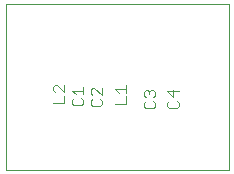
<source format=gto>
G75*
%MOIN*%
%OFA0B0*%
%FSLAX24Y24*%
%IPPOS*%
%LPD*%
%AMOC8*
5,1,8,0,0,1.08239X$1,22.5*
%
%ADD10C,0.0000*%
%ADD11C,0.0030*%
D10*
X000159Y000130D02*
X000159Y005645D01*
X007598Y005645D01*
X007598Y000130D01*
X000159Y000130D01*
D11*
X002367Y002338D02*
X002428Y002276D01*
X002675Y002276D01*
X002737Y002338D01*
X002737Y002461D01*
X002675Y002523D01*
X002737Y002644D02*
X002737Y002891D01*
X002737Y002768D02*
X002367Y002768D01*
X002490Y002644D01*
X002428Y002523D02*
X002367Y002461D01*
X002367Y002338D01*
X002104Y002349D02*
X002104Y002596D01*
X002104Y002718D02*
X001857Y002965D01*
X001795Y002965D01*
X001733Y002903D01*
X001733Y002779D01*
X001795Y002718D01*
X002104Y002718D02*
X002104Y002965D01*
X002104Y002349D02*
X001733Y002349D01*
X002992Y002309D02*
X003053Y002247D01*
X003300Y002247D01*
X003362Y002309D01*
X003362Y002432D01*
X003300Y002494D01*
X003362Y002615D02*
X003115Y002862D01*
X003053Y002862D01*
X002992Y002800D01*
X002992Y002677D01*
X003053Y002615D01*
X003053Y002494D02*
X002992Y002432D01*
X002992Y002309D01*
X003362Y002615D02*
X003362Y002862D01*
X003807Y002825D02*
X004178Y002825D01*
X004178Y002702D02*
X004178Y002949D01*
X003931Y002702D02*
X003807Y002825D01*
X004178Y002581D02*
X004178Y002334D01*
X003807Y002334D01*
X004771Y002361D02*
X004771Y002238D01*
X004833Y002176D01*
X005080Y002176D01*
X005141Y002238D01*
X005141Y002361D01*
X005080Y002423D01*
X005080Y002544D02*
X005141Y002606D01*
X005141Y002729D01*
X005080Y002791D01*
X005018Y002791D01*
X004956Y002729D01*
X004956Y002668D01*
X004956Y002729D02*
X004895Y002791D01*
X004833Y002791D01*
X004771Y002729D01*
X004771Y002606D01*
X004833Y002544D01*
X004833Y002423D02*
X004771Y002361D01*
X005556Y002375D02*
X005556Y002252D01*
X005618Y002190D01*
X005865Y002190D01*
X005927Y002252D01*
X005927Y002375D01*
X005865Y002437D01*
X005741Y002559D02*
X005741Y002805D01*
X005556Y002744D02*
X005741Y002559D01*
X005618Y002437D02*
X005556Y002375D01*
X005556Y002744D02*
X005927Y002744D01*
M02*

</source>
